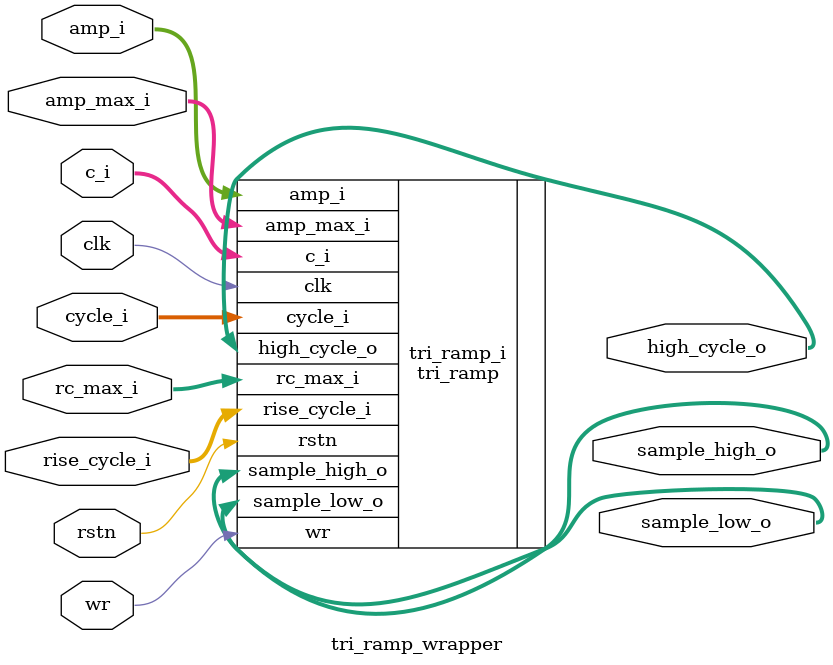
<source format=v>
`timescale 1 ps / 1 ps

module tri_ramp_wrapper
   (amp_i,
    amp_max_i,
    c_i,
    clk,
    cycle_i,
    high_cycle_o,
    rc_max_i,
    rise_cycle_i,
    rstn,
    sample_high_o,
    sample_low_o,
    wr);
  input [31:0]amp_i;
  input [31:0]amp_max_i;
  input [31:0]c_i;
  input clk;
  input [31:0]cycle_i;
  output [31:0]high_cycle_o;
  input [31:0]rc_max_i;
  input [31:0]rise_cycle_i;
  input rstn;
  output [31:0]sample_high_o;
  output [31:0]sample_low_o;
  input wr;

  wire [31:0]amp_i;
  wire [31:0]amp_max_i;
  wire [31:0]c_i;
  wire clk;
  wire [31:0]cycle_i;
  wire [31:0]high_cycle_o;
  wire [31:0]rc_max_i;
  wire [31:0]rise_cycle_i;
  wire rstn;
  wire [31:0]sample_high_o;
  wire [31:0]sample_low_o;
  wire wr;

  tri_ramp tri_ramp_i
       (.amp_i(amp_i),
        .amp_max_i(amp_max_i),
        .c_i(c_i),
        .clk(clk),
        .cycle_i(cycle_i),
        .high_cycle_o(high_cycle_o),
        .rc_max_i(rc_max_i),
        .rise_cycle_i(rise_cycle_i),
        .rstn(rstn),
        .sample_high_o(sample_high_o),
        .sample_low_o(sample_low_o),
        .wr(wr));
endmodule

</source>
